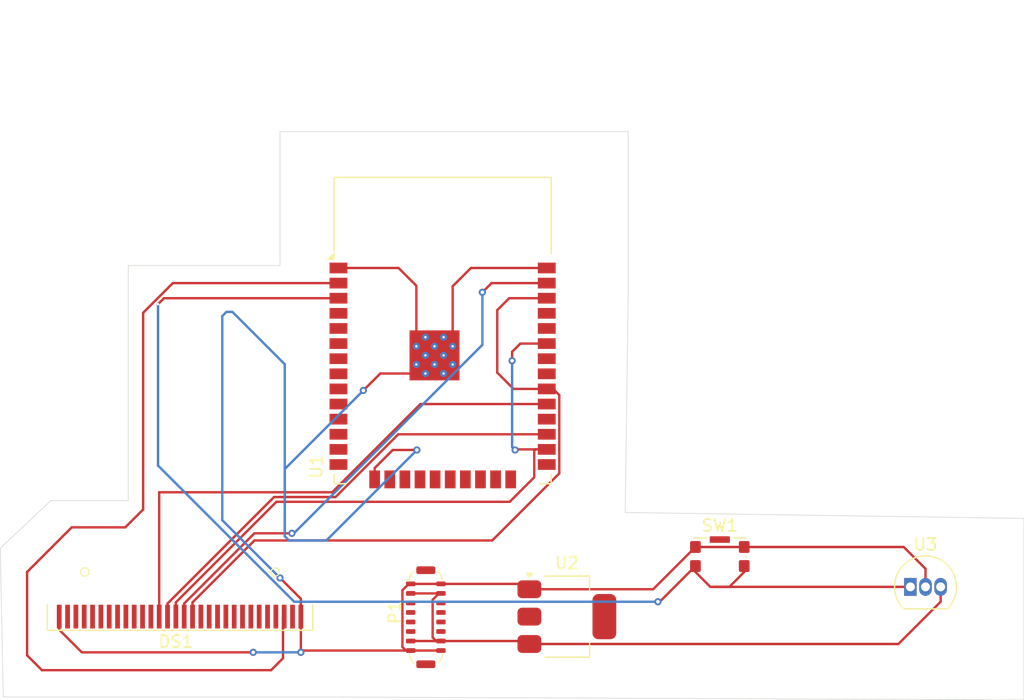
<source format=kicad_pcb>
(kicad_pcb (version 20241229) (generator "pcbnew") (generator_version "9.0")
  (layers (0 "F.Cu" signal) (2 "B.Cu" signal) (13 "F.Paste" user) (15 "B.Paste" user) (5 "F.SilkS" user "F.Silkscreen") (7 "B.SilkS" user "B.Silkscreen") (1 "F.Mask" user) (3 "B.Mask" user) (25 "Edge.Cuts" user))
  (net 0 "")
  (net 1 "Net-(DS1-E{slash}~{RD})")
  (net 4 "GND")
  (net 6 "+3.3V")
  (net 9 "Net-(DS1-~{RES})")
  (net 15 "Net-(DS1-D{slash}~{C})")
  (net 16 "Net-(DS1-R{slash}~{W})")
  (net 22 "Net-(DS1-~{CS})")
  (net 30 "+5V")
  (net 37 "Net-(U1-EN)")
  (footprint "Button_Switch_SMD:SW_SPST_CK_KMS2xxGP" (layer "F.Cu") (at 149.95 106.2)
    (property "Reference" "SW1" (at 0 -2.6 0) (layer "F.SilkS"))
    (property "Value" "CK_KMS2xxG")
    (fp_line (start -2.21 -1.56) (end -1.11 -1.56) (stroke (width 0.12)) (layer "F.SilkS"))
    (fp_line (start -2.21 -0.04) (end -2.21 0.04) (stroke (width 0.12)) (layer "F.SilkS"))
    (fp_line (start 1.11 -1.56) (end 2.21 -1.56) (stroke (width 0.12)) (layer "F.SilkS"))
    (fp_line (start 2.21 -0.04) (end 2.21 0.04) (stroke (width 0.12)) (layer "F.SilkS"))
    (pad "" np_thru_hole circle (at -0.975 0.75) (size 0.9 0.9) (drill 0.9) (layers "*.Cu" "*.Mask"))
    (pad "" np_thru_hole circle (at 0.975 0.75) (size 0.9 0.9) (drill 0.9) (layers "*.Cu" "*.Mask"))
    (pad "1" smd roundrect (at -2.05 -0.8) (size 0.9 1) (layers "F.Cu" "F.Mask" "F.Paste") (roundrect_rratio 0.15) (net 4 "GND"))
    (pad "1" smd roundrect (at 2.05 -0.8) (size 0.9 1) (layers "F.Cu" "F.Mask" "F.Paste") (roundrect_rratio 0.15) (net 4 "GND"))
    (pad "2" smd roundrect (at -2.05 0.8) (size 0.9 1) (layers "F.Cu" "F.Mask" "F.Paste") (roundrect_rratio 0.15) (net 37 "Net-(U1-EN)"))
    (pad "2" smd roundrect (at 2.05 0.8) (size 0.9 1) (layers "F.Cu" "F.Mask" "F.Paste") (roundrect_rratio 0.15) (net 37 "Net-(U1-EN)"))
    (pad "SH" smd roundrect (at 0 -1.425) (size 1.7 0.55) (layers "F.Cu" "F.Mask" "F.Paste") (roundrect_rratio 0.15))
  )
  (footprint "Package_TO_SOT_THT:TO-92_Inline" (layer "F.Cu") (at 165.96 108.75)
    (property "Reference" "U3" (at 1.27 -3.56 0) (layer "F.SilkS"))
    (property "Value" "MCP130-xxxDxTO")
    (fp_line (start -0.53 1.85) (end 3.07 1.85) (stroke (width 0.12)) (layer "F.SilkS"))
    (fp_arc (start -0.568478 1.838478) (mid -1.132087 -0.994977) (end 1.27 -2.6) (stroke (width 0.12)) (layer "F.SilkS"))
    (fp_arc (start 1.27 -2.6) (mid 3.672087 -0.994977) (end 3.108478 1.838478) (stroke (width 0.12)) (layer "F.SilkS"))
    (pad "1" thru_hole rect (at 0 0) (size 1.05 1.5) (drill 0.75) (layers "*.Cu" "*.Mask") (net 37 "Net-(U1-EN)"))
    (pad "2" thru_hole oval (at 1.27 0) (size 1.05 1.5) (drill 0.75) (layers "*.Cu" "*.Mask") (net 4 "GND"))
    (pad "3" thru_hole oval (at 2.54 0) (size 1.05 1.5) (drill 0.75) (layers "*.Cu" "*.Mask") (net 30 "+5V"))
  )
  (footprint "Display:OLED-128O064D" (layer "F.Cu") (at 104.6 111.25)
    (property "Reference" "DS1" (at -0.35 2.1 0) (layer "F.SilkS"))
    (property "Value" "OLED-128O064D")
    (fp_line (start -11.15 -1) (end -11.15 1.15) (stroke (width 0.12)) (layer "F.SilkS"))
    (fp_line (start -11.15 1.15) (end 11.15 1.15) (stroke (width 0.12)) (layer "F.SilkS"))
    (fp_line (start 11.15 1.15) (end 11.15 -1) (stroke (width 0.12)) (layer "F.SilkS"))
    (fp_circle (center -8 -3.75) (end -7.65 -3.75) (stroke (width 0.1)) (fill no) (layer "F.SilkS"))
    (fp_circle (center 8 -3.75) (end 8.35 -3.75) (stroke (width 0.1)) (fill no) (layer "F.SilkS"))
    (pad "1" smd rect (at -10.15 0) (size 0.4 2) (layers "F.Cu" "F.Mask" "F.Paste") (net 4 "GND"))
    (pad "2" smd rect (at -9.45 0) (size 0.4 2) (layers "F.Cu" "F.Mask" "F.Paste"))
    (pad "3" smd rect (at -8.75 0) (size 0.4 2) (layers "F.Cu" "F.Mask" "F.Paste"))
    (pad "4" smd rect (at -8.05 0) (size 0.4 2) (layers "F.Cu" "F.Mask" "F.Paste"))
    (pad "5" smd rect (at -7.35 0) (size 0.4 2) (layers "F.Cu" "F.Mask" "F.Paste"))
    (pad "6" smd rect (at -6.65 0) (size 0.4 2) (layers "F.Cu" "F.Mask" "F.Paste"))
    (pad "7" smd rect (at -5.95 0) (size 0.4 2) (layers "F.Cu" "F.Mask" "F.Paste"))
    (pad "8" smd rect (at -5.25 0) (size 0.4 2) (layers "F.Cu" "F.Mask" "F.Paste"))
    (pad "9" smd rect (at -4.55 0) (size 0.4 2) (layers "F.Cu" "F.Mask" "F.Paste"))
    (pad "10" smd rect (at -3.85 0) (size 0.4 2) (layers "F.Cu" "F.Mask" "F.Paste"))
    (pad "11" smd rect (at -3.15 0) (size 0.4 2) (layers "F.Cu" "F.Mask" "F.Paste"))
    (pad "12" smd rect (at -2.45 0) (size 0.4 2) (layers "F.Cu" "F.Mask" "F.Paste"))
    (pad "13" smd rect (at -1.75 0) (size 0.4 2) (layers "F.Cu" "F.Mask" "F.Paste") (net 22 "Net-(DS1-~{CS})"))
    (pad "14" smd rect (at -1.05 0) (size 0.4 2) (layers "F.Cu" "F.Mask" "F.Paste") (net 9 "Net-(DS1-~{RES})"))
    (pad "15" smd rect (at -0.35 0) (size 0.4 2) (layers "F.Cu" "F.Mask" "F.Paste") (net 15 "Net-(DS1-D{slash}~{C})"))
    (pad "16" smd rect (at 0.35 0) (size 0.4 2) (layers "F.Cu" "F.Mask" "F.Paste") (net 16 "Net-(DS1-R{slash}~{W})"))
    (pad "17" smd rect (at 1.05 0) (size 0.4 2) (layers "F.Cu" "F.Mask" "F.Paste") (net 1 "Net-(DS1-E{slash}~{RD})"))
    (pad "18" smd rect (at 1.75 0) (size 0.4 2) (layers "F.Cu" "F.Mask" "F.Paste"))
    (pad "19" smd rect (at 2.45 0) (size 0.4 2) (layers "F.Cu" "F.Mask" "F.Paste"))
    (pad "20" smd rect (at 3.15 0) (size 0.4 2) (layers "F.Cu" "F.Mask" "F.Paste"))
    (pad "21" smd rect (at 3.85 0) (size 0.4 2) (layers "F.Cu" "F.Mask" "F.Paste"))
    (pad "22" smd rect (at 4.55 0) (size 0.4 2) (layers "F.Cu" "F.Mask" "F.Paste"))
    (pad "23" smd rect (at 5.25 0) (size 0.4 2) (layers "F.Cu" "F.Mask" "F.Paste"))
    (pad "24" smd rect (at 5.95 0) (size 0.4 2) (layers "F.Cu" "F.Mask" "F.Paste"))
    (pad "25" smd rect (at 6.65 0) (size 0.4 2) (layers "F.Cu" "F.Mask" "F.Paste"))
    (pad "26" smd rect (at 7.35 0) (size 0.4 2) (layers "F.Cu" "F.Mask" "F.Paste"))
    (pad "27" smd rect (at 8.05 0) (size 0.4 2) (layers "F.Cu" "F.Mask" "F.Paste"))
    (pad "28" smd rect (at 8.75 0) (size 0.4 2) (layers "F.Cu" "F.Mask" "F.Paste") (net 6 "+3.3V"))
    (pad "29" smd rect (at 9.45 0) (size 0.4 2) (layers "F.Cu" "F.Mask" "F.Paste"))
    (pad "30" smd rect (at 10.15 0) (size 0.4 2) (layers "F.Cu" "F.Mask" "F.Paste") (net 4 "GND"))
  )
  (footprint "Connector_USB:USB_C_Plug_ShenzhenJingTuoJin_918-118A2021Y40002_Vertical" (layer "F.Cu") (at 125.25 111.3)
    (property "Reference" "P1" (at -2.6 -0.4 90) (layer "F.SilkS"))
    (property "Value" "USB_C_Plug_USB2.0")
    (fp_line (start -1.74 -3.125) (end -1.4 -3.125) (stroke (width 0.12)) (layer "F.SilkS"))
    (fp_arc (start -1.4 -3.125) (mid -1.273005 -3.509002) (end -1.043045 -3.841725) (stroke (width 0.12)) (layer "F.SilkS"))
    (fp_arc (start -1.025 3.85) (mid -1.258743 3.520613) (end -1.389879 3.138598) (stroke (width 0.12)) (layer "F.SilkS"))
    (fp_arc (start 1.025 -3.85) (mid 1.258743 -3.520613) (end 1.389879 -3.138598) (stroke (width 0.12)) (layer "F.SilkS"))
    (fp_arc (start 1.4 3.125) (mid 1.273005 3.509002) (end 1.043045 3.841725) (stroke (width 0.12)) (layer "F.SilkS"))
    (pad "A1" smd roundrect (at -1.27 -2.8 90) (size 0.4 0.79) (layers "F.Cu" "F.Mask" "F.Paste") (net 4 "GND"))
    (pad "A4" smd roundrect (at -1.27 -2 90) (size 0.4 0.79) (layers "F.Cu" "F.Mask" "F.Paste") (net 30 "+5V"))
    (pad "A5" smd roundrect (at -1.27 -1.2 90) (size 0.4 0.79) (layers "F.Cu" "F.Mask" "F.Paste"))
    (pad "A6" smd roundrect (at -1.27 -0.4 90) (size 0.4 0.79) (layers "F.Cu" "F.Mask" "F.Paste"))
    (pad "A7" smd roundrect (at -1.27 0.4 90) (size 0.4 0.79) (layers "F.Cu" "F.Mask" "F.Paste"))
    (pad "A8" smd roundrect (at -1.27 1.2 90) (size 0.4 0.79) (layers "F.Cu" "F.Mask" "F.Paste"))
    (pad "A9" smd roundrect (at -1.27 2 90) (size 0.4 0.79) (layers "F.Cu" "F.Mask" "F.Paste") (net 30 "+5V"))
    (pad "A12" smd roundrect (at -1.27 2.8 90) (size 0.4 0.79) (layers "F.Cu" "F.Mask" "F.Paste") (net 4 "GND"))
    (pad "B1" smd roundrect (at 1.27 2.8 90) (size 0.4 0.79) (layers "F.Cu" "F.Mask" "F.Paste") (net 4 "GND"))
    (pad "B4" smd roundrect (at 1.27 2 90) (size 0.4 0.79) (layers "F.Cu" "F.Mask" "F.Paste") (net 30 "+5V"))
    (pad "B5" smd roundrect (at 1.27 1.2 90) (size 0.4 0.79) (layers "F.Cu" "F.Mask" "F.Paste"))
    (pad "B6" smd roundrect (at 1.27 0.4 90) (size 0.4 0.79) (layers "F.Cu" "F.Mask" "F.Paste"))
    (pad "B7" smd roundrect (at 1.27 -0.4 90) (size 0.4 0.79) (layers "F.Cu" "F.Mask" "F.Paste"))
    (pad "B8" smd roundrect (at 1.27 -1.2 90) (size 0.4 0.79) (layers "F.Cu" "F.Mask" "F.Paste"))
    (pad "B9" smd roundrect (at 1.27 -2 90) (size 0.4 0.79) (layers "F.Cu" "F.Mask" "F.Paste") (net 30 "+5V"))
    (pad "B12" smd roundrect (at 1.27 -2.8 90) (size 0.4 0.79) (layers "F.Cu" "F.Mask" "F.Paste") (net 4 "GND"))
    (pad "S1" smd roundrect (at 0 -3.95 90) (size 0.65 1.6) (layers "F.Cu" "F.Mask" "F.Paste"))
    (pad "S1" smd roundrect (at 0 3.95 90) (size 0.65 1.6) (layers "F.Cu" "F.Mask" "F.Paste"))
  )
  (footprint "Package_TO_SOT_SMD:SOT-223-3_TabPin2" (layer "F.Cu") (at 137.1 111.25)
    (property "Reference" "U2" (at 0 -4.5 0) (layer "F.SilkS"))
    (property "Value" "AMS1117-3.3")
    (fp_line (start -1.85 -3.41) (end 1.91 -3.41) (stroke (width 0.12)) (layer "F.SilkS"))
    (fp_line (start -1.85 3.41) (end 1.91 3.41) (stroke (width 0.12)) (layer "F.SilkS"))
    (fp_line (start 1.91 -3.41) (end 1.91 -2.15) (stroke (width 0.12)) (layer "F.SilkS"))
    (fp_line (start 1.91 3.41) (end 1.91 2.15) (stroke (width 0.12)) (layer "F.SilkS"))
    (fp_poly (pts (xy -3.13 -3.31) (xy -3.37 -3.64) (xy -2.89 -3.64) (xy -3.13 -3.31)) (stroke (width 0.12)) (fill yes) (layer "F.SilkS"))
    (pad "1" smd roundrect (at -3.15 -2.3) (size 2 1.5) (layers "F.Cu" "F.Mask" "F.Paste") (net 4 "GND"))
    (pad "2" smd roundrect (at -3.15 0) (size 2 1.5) (layers "F.Cu" "F.Mask" "F.Paste"))
    (pad "2" smd roundrect (at 3.15 0) (size 2 3.8) (layers "F.Cu" "F.Mask" "F.Paste"))
    (pad "3" smd roundrect (at -3.15 2.3) (size 2 1.5) (layers "F.Cu" "F.Mask" "F.Paste") (net 30 "+5V"))
  )
  (footprint "RF_Module:ESP32-WROOM-32" (layer "F.Cu") (at 126.66 90.21)
    (property "Reference" "U1" (at -10.61 8.43 90) (layer "F.SilkS"))
    (property "Value" "ESP32-WROOM-32")
    (fp_line (start -9.12 -15.86) (end -9.12 -9.7) (stroke (width 0.12)) (layer "F.SilkS"))
    (fp_line (start -9.12 -15.86) (end 9.12 -15.86) (stroke (width 0.12)) (layer "F.SilkS"))
    (fp_line (start -9.12 9.1) (end -9.12 9.88) (stroke (width 0.12)) (layer "F.SilkS"))
    (fp_line (start -9.12 9.88) (end -8.12 9.88) (stroke (width 0.12)) (layer "F.SilkS"))
    (fp_line (start 9.12 -15.86) (end 9.12 -9.445) (stroke (width 0.12)) (layer "F.SilkS"))
    (fp_line (start 9.12 9.1) (end 9.12 9.88) (stroke (width 0.12)) (layer "F.SilkS"))
    (fp_line (start 9.12 9.88) (end 8.12 9.88) (stroke (width 0.12)) (layer "F.SilkS"))
    (fp_poly (pts (xy -9.125 -8.975) (xy -9.625 -8.975) (xy -9.125 -9.475) (xy -9.125 -8.975)) (stroke (width 0.12)) (fill yes) (layer "F.SilkS"))
    (pad "1" smd rect (at -8.75 -8.25) (size 1.5 0.9) (layers "F.Cu" "F.Mask" "F.Paste") (net 4 "GND"))
    (pad "2" smd rect (at -8.75 -6.98) (size 1.5 0.9) (layers "F.Cu" "F.Mask" "F.Paste") (net 6 "+3.3V"))
    (pad "3" smd rect (at -8.75 -5.71) (size 1.5 0.9) (layers "F.Cu" "F.Mask" "F.Paste") (net 37 "Net-(U1-EN)"))
    (pad "4" smd rect (at -8.75 -4.44) (size 1.5 0.9) (layers "F.Cu" "F.Mask" "F.Paste"))
    (pad "5" smd rect (at -8.75 -3.17) (size 1.5 0.9) (layers "F.Cu" "F.Mask" "F.Paste"))
    (pad "6" smd rect (at -8.75 -1.9) (size 1.5 0.9) (layers "F.Cu" "F.Mask" "F.Paste"))
    (pad "7" smd rect (at -8.75 -0.63) (size 1.5 0.9) (layers "F.Cu" "F.Mask" "F.Paste"))
    (pad "8" smd rect (at -8.75 0.64) (size 1.5 0.9) (layers "F.Cu" "F.Mask" "F.Paste"))
    (pad "9" smd rect (at -8.75 1.91) (size 1.5 0.9) (layers "F.Cu" "F.Mask" "F.Paste"))
    (pad "10" smd rect (at -8.75 3.18) (size 1.5 0.9) (layers "F.Cu" "F.Mask" "F.Paste"))
    (pad "11" smd rect (at -8.75 4.45) (size 1.5 0.9) (layers "F.Cu" "F.Mask" "F.Paste"))
    (pad "12" smd rect (at -8.75 5.72) (size 1.5 0.9) (layers "F.Cu" "F.Mask" "F.Paste"))
    (pad "13" smd rect (at -8.75 6.99) (size 1.5 0.9) (layers "F.Cu" "F.Mask" "F.Paste"))
    (pad "14" smd rect (at -8.75 8.26) (size 1.5 0.9) (layers "F.Cu" "F.Mask" "F.Paste"))
    (pad "15" smd rect (at -5.71 9.51 90) (size 1.5 0.9) (layers "F.Cu" "F.Mask" "F.Paste") (net 4 "GND"))
    (pad "16" smd rect (at -4.44 9.51 90) (size 1.5 0.9) (layers "F.Cu" "F.Mask" "F.Paste"))
    (pad "17" smd rect (at -3.17 9.51 90) (size 1.5 0.9) (layers "F.Cu" "F.Mask" "F.Paste"))
    (pad "18" smd rect (at -1.9 9.51 90) (size 1.5 0.9) (layers "F.Cu" "F.Mask" "F.Paste"))
    (pad "19" smd rect (at -0.63 9.51 90) (size 1.5 0.9) (layers "F.Cu" "F.Mask" "F.Paste"))
    (pad "20" smd rect (at 0.64 9.51 90) (size 1.5 0.9) (layers "F.Cu" "F.Mask" "F.Paste"))
    (pad "21" smd rect (at 1.91 9.51 90) (size 1.5 0.9) (layers "F.Cu" "F.Mask" "F.Paste"))
    (pad "22" smd rect (at 3.18 9.51 90) (size 1.5 0.9) (layers "F.Cu" "F.Mask" "F.Paste"))
    (pad "23" smd rect (at 4.45 9.51 90) (size 1.5 0.9) (layers "F.Cu" "F.Mask" "F.Paste"))
    (pad "24" smd rect (at 5.72 9.51 90) (size 1.5 0.9) (layers "F.Cu" "F.Mask" "F.Paste"))
    (pad "25" smd rect (at 8.75 8.26) (size 1.5 0.9) (layers "F.Cu" "F.Mask" "F.Paste"))
    (pad "26" smd rect (at 8.75 6.99) (size 1.5 0.9) (layers "F.Cu" "F.Mask" "F.Paste") (net 15 "Net-(DS1-D{slash}~{C})"))
    (pad "27" smd rect (at 8.75 5.72) (size 1.5 0.9) (layers "F.Cu" "F.Mask" "F.Paste") (net 9 "Net-(DS1-~{RES})"))
    (pad "28" smd rect (at 8.75 4.45) (size 1.5 0.9) (layers "F.Cu" "F.Mask" "F.Paste"))
    (pad "29" smd rect (at 8.75 3.18) (size 1.5 0.9) (layers "F.Cu" "F.Mask" "F.Paste") (net 22 "Net-(DS1-~{CS})"))
    (pad "30" smd rect (at 8.75 1.91) (size 1.5 0.9) (layers "F.Cu" "F.Mask" "F.Paste") (net 1 "Net-(DS1-E{slash}~{RD})"))
    (pad "31" smd rect (at 8.75 0.64) (size 1.5 0.9) (layers "F.Cu" "F.Mask" "F.Paste"))
    (pad "32" smd rect (at 8.75 -0.63) (size 1.5 0.9) (layers "F.Cu" "F.Mask" "F.Paste"))
    (pad "33" smd rect (at 8.75 -1.9) (size 1.5 0.9) (layers "F.Cu" "F.Mask" "F.Paste") (net 15 "Net-(DS1-D{slash}~{C})"))
    (pad "34" smd rect (at 8.75 -3.17) (size 1.5 0.9) (layers "F.Cu" "F.Mask" "F.Paste"))
    (pad "35" smd rect (at 8.75 -4.44) (size 1.5 0.9) (layers "F.Cu" "F.Mask" "F.Paste"))
    (pad "36" smd rect (at 8.75 -5.71) (size 1.5 0.9) (layers "F.Cu" "F.Mask" "F.Paste") (net 1 "Net-(DS1-E{slash}~{RD})"))
    (pad "37" smd rect (at 8.75 -6.98) (size 1.5 0.9) (layers "F.Cu" "F.Mask" "F.Paste") (net 16 "Net-(DS1-R{slash}~{W})"))
    (pad "38" smd rect (at 8.75 -8.25) (size 1.5 0.9) (layers "F.Cu" "F.Mask" "F.Paste") (net 4 "GND"))
    (pad "39" smd rect (at -2.205 -2.435) (size 1.05 1.05) (layers "F.Cu" "F.Paste") (net 4 "GND"))
    (pad "39" thru_hole circle (at -2.205 -1.6725) (size 0.6 0.6) (drill 0.2) (property pad_prop_heatsink) (layers "*.Cu" "F.Mask") (net 4 "GND"))
    (pad "39" smd rect (at -2.205 -0.91) (size 1.05 1.05) (layers "F.Cu" "F.Paste") (net 4 "GND"))
    (pad "39" thru_hole circle (at -2.205 -0.1475) (size 0.6 0.6) (drill 0.2) (property pad_prop_heatsink) (layers "*.Cu" "F.Mask") (net 4 "GND"))
    (pad "39" smd rect (at -2.205 0.615) (size 1.05 1.05) (layers "F.Cu" "F.Paste") (net 4 "GND"))
    (pad "39" thru_hole circle (at -1.4425 -2.435) (size 0.6 0.6) (drill 0.2) (property pad_prop_heatsink) (layers "*.Cu" "F.Mask") (net 4 "GND"))
    (pad "39" thru_hole circle (at -1.4425 -0.91) (size 0.6 0.6) (drill 0.2) (property pad_prop_heatsink) (layers "*.Cu" "F.Mask") (net 4 "GND"))
    (pad "39" thru_hole circle (at -1.4425 0.615) (size 0.6 0.6) (drill 0.2) (property pad_prop_heatsink) (layers "*.Cu" "F.Mask") (net 4 "GND"))
    (pad "39" smd rect (at -0.68 -2.435) (size 1.05 1.05) (layers "F.Cu" "F.Paste") (net 4 "GND"))
    (pad "39" thru_hole circle (at -0.68 -1.6725) (size 0.6 0.6) (drill 0.2) (property pad_prop_heatsink) (layers "*.Cu" "F.Mask") (net 4 "GND"))
    (pad "39" smd rect (at -0.68 -0.91) (size 1.05 1.05) (layers "F.Cu" "F.Paste") (net 4 "GND"))
    (pad "39" smd rect (at -0.68 -0.91) (size 4.2 4.2) (property pad_prop_heatsink) (layers "F.Cu" "F.Mask") (net 4 "GND"))
    (pad "39" thru_hole circle (at -0.68 -0.1475) (size 0.6 0.6) (drill 0.2) (property pad_prop_heatsink) (layers "*.Cu" "F.Mask") (net 4 "GND"))
    (pad "39" smd rect (at -0.68 0.615) (size 1.05 1.05) (layers "F.Cu" "F.Paste") (net 4 "GND"))
    (pad "39" thru_hole circle (at 0.0825 -2.435) (size 0.6 0.6) (drill 0.2) (property pad_prop_heatsink) (layers "*.Cu" "F.Mask") (net 4 "GND"))
    (pad "39" thru_hole circle (at 0.0825 -0.91) (size 0.6 0.6) (drill 0.2) (property pad_prop_heatsink) (layers "*.Cu" "F.Mask") (net 4 "GND"))
    (pad "39" thru_hole circle (at 0.0825 0.615) (size 0.6 0.6) (drill 0.2) (property pad_prop_heatsink) (layers "*.Cu" "F.Mask") (net 4 "GND"))
    (pad "39" smd rect (at 0.845 -2.435) (size 1.05 1.05) (layers "F.Cu" "F.Paste") (net 4 "GND"))
    (pad "39" thru_hole circle (at 0.845 -1.6725) (size 0.6 0.6) (drill 0.2) (property pad_prop_heatsink) (layers "*.Cu" "F.Mask") (net 4 "GND"))
    (pad "39" smd rect (at 0.845 -0.91) (size 1.05 1.05) (layers "F.Cu" "F.Paste") (net 4 "GND"))
    (pad "39" thru_hole circle (at 0.845 -0.1475) (size 0.6 0.6) (drill 0.2) (property pad_prop_heatsink) (layers "*.Cu" "F.Mask") (net 4 "GND"))
    (pad "39" smd rect (at 0.845 0.615) (size 1.05 1.05) (layers "F.Cu" "F.Paste") (net 4 "GND"))
  )
  (gr_line (start 89.75 118) (end 117 118) (stroke (width 0.05)) (layer "Edge.Cuts"))
  (gr_line (start 100.25 101.5) (end 93.75 101.5) (stroke (width 0.05)) (layer "Edge.Cuts"))
  (gr_line (start 113 70.5) (end 142.25 70.5) (stroke (width 0.05)) (layer "Edge.Cuts"))
  (gr_line (start 113 70.5) (end 113 81.75) (stroke (width 0.05)) (layer "Edge.Cuts"))
  (gr_line (start 175.5 118.25) (end 175.5 103) (stroke (width 0.05)) (layer "Edge.Cuts"))
  (gr_line (start 117 118) (end 175.5 118.25) (stroke (width 0.05)) (layer "Edge.Cuts"))
  (gr_line (start 142.25 70.5) (end 142.25 82.5) (stroke (width 0.05)) (layer "Edge.Cuts"))
  (gr_line (start 142.25 82.5) (end 142.25 84.5) (stroke (width 0.05)) (layer "Edge.Cuts"))
  (gr_line (start 175.5 103) (end 142 102.5) (stroke (width 0.05)) (layer "Edge.Cuts"))
  (gr_line (start 93.75 101.5) (end 89.5 105.5) (stroke (width 0.05)) (layer "Edge.Cuts"))
  (gr_line (start 100.25 81.75) (end 100.25 101.5) (stroke (width 0.05)) (layer "Edge.Cuts"))
  (gr_line (start 142 102.5) (end 142.25 84.5) (stroke (width 0.05)) (layer "Edge.Cuts"))
  (gr_line (start 89.5 105.5) (end 89.75 118) (stroke (width 0.05)) (layer "Edge.Cuts"))
  (gr_line (start 113 81.75) (end 100.25 81.75) (stroke (width 0.05)) (layer "Edge.Cuts"))
  (segment (start 131.25 85.5) (end 131.25 90.75) (width 0.2) (layer "F.Cu") (net 1))
  (segment (start 130.831 104.851) (end 136.461 99.221) (width 0.2) (layer "F.Cu") (net 1))
  (segment (start 131.25 90.75) (end 132.62 92.12) (width 0.2) (layer "F.Cu") (net 1))
  (segment (start 135.41 84.5) (end 132.25 84.5) (width 0.2) (layer "F.Cu") (net 1))
  (segment (start 105.65 111.25) (end 105.65 110.05) (width 0.2) (layer "F.Cu") (net 1))
  (segment (start 132.25 84.5) (end 131.25 85.5) (width 0.2) (layer "F.Cu") (net 1))
  (segment (start 110.849 104.851) (end 130.831 104.851) (width 0.2) (layer "F.Cu") (net 1))
  (segment (start 136.461 99.221) (end 136.461 92.639) (width 0.2) (layer "F.Cu") (net 1))
  (segment (start 135.942 92.12) (end 135.41 92.12) (width 0.2) (layer "F.Cu") (net 1))
  (segment (start 105.65 110.05) (end 110.849 104.851) (width 0.2) (layer "F.Cu") (net 1))
  (segment (start 132.62 92.12) (end 135.41 92.12) (width 0.2) (layer "F.Cu") (net 1))
  (segment (start 136.461 92.639) (end 135.942 92.12) (width 0.2) (layer "F.Cu") (net 1))
  (segment (start 123.98 108.5) (end 133.5 108.5) (width 0.2) (layer "F.Cu") (net 4))
  (segment (start 165.4 105.4) (end 167.23 107.23) (width 0.2) (layer "F.Cu") (net 4))
  (segment (start 135.41 81.96) (end 129.04 81.96) (width 0.2) (layer "F.Cu") (net 4))
  (segment (start 123.81513 108.5) (end 123.284 109.03113) (width 0.2) (layer "F.Cu") (net 4))
  (segment (start 133.95 108.95) (end 144.35 108.95) (width 0.2) (layer "F.Cu") (net 4))
  (segment (start 122.47 97.25) (end 124.5 97.25) (width 0.2) (layer "F.Cu") (net 4))
  (segment (start 120.95 98.77) (end 122.47 97.25) (width 0.2) (layer "F.Cu") (net 4))
  (segment (start 120.95 99.72) (end 120.95 98.77) (width 0.2) (layer "F.Cu") (net 4))
  (segment (start 144.35 108.95) (end 147.9 105.4) (width 0.2) (layer "F.Cu") (net 4))
  (segment (start 123.585001 114.1) (end 123.98 114.1) (width 0.2) (layer "F.Cu") (net 4))
  (segment (start 121.425 90.825) (end 124.455 90.825) (width 0.2) (layer "F.Cu") (net 4))
  (segment (start 124.455 83.455) (end 124.455 87.775) (width 0.2) (layer "F.Cu") (net 4))
  (segment (start 126.52 114.1) (end 123.98 114.1) (width 0.2) (layer "F.Cu") (net 4))
  (segment (start 129.04 81.96) (end 127.505 83.495) (width 0.2) (layer "F.Cu") (net 4))
  (segment (start 152 105.4) (end 165.4 105.4) (width 0.2) (layer "F.Cu") (net 4))
  (segment (start 96.348 114.25) (end 110.75 114.25) (width 0.2) (layer "F.Cu") (net 4))
  (segment (start 123.284 109.03113) (end 123.284 113.798999) (width 0.2) (layer "F.Cu") (net 4))
  (segment (start 147.9 105.4) (end 152 105.4) (width 0.2) (layer "F.Cu") (net 4))
  (segment (start 123.98 108.5) (end 123.81513 108.5) (width 0.2) (layer "F.Cu") (net 4))
  (segment (start 114.9 114.1) (end 114.75 114.25) (width 0.2) (layer "F.Cu") (net 4))
  (segment (start 114.75 111.25) (end 114.75 109.75) (width 0.2) (layer "F.Cu") (net 4))
  (segment (start 114.75 114.25) (end 114.75 111.25) (width 0.2) (layer "F.Cu") (net 4))
  (segment (start 123.98 114.1) (end 114.9 114.1) (width 0.2) (layer "F.Cu") (net 4))
  (segment (start 94.45 111.25) (end 94.45 112.352) (width 0.2) (layer "F.Cu") (net 4))
  (segment (start 123.284 113.798999) (end 123.585001 114.1) (width 0.2) (layer "F.Cu") (net 4))
  (segment (start 94.45 112.352) (end 96.348 114.25) (width 0.2) (layer "F.Cu") (net 4))
  (segment (start 122.96 81.96) (end 124.455 83.455) (width 0.2) (layer "F.Cu") (net 4))
  (segment (start 114.75 109.75) (end 113 108) (width 0.2) (layer "F.Cu") (net 4))
  (segment (start 117.91 81.96) (end 122.96 81.96) (width 0.2) (layer "F.Cu") (net 4))
  (segment (start 167.23 107.23) (end 167.23 108.75) (width 0.2) (layer "F.Cu") (net 4))
  (segment (start 120 92.25) (end 121.425 90.825) (width 0.2) (layer "F.Cu") (net 4))
  (segment (start 133.5 108.5) (end 133.95 108.95) (width 0.2) (layer "F.Cu") (net 4))
  (segment (start 127.505 83.495) (end 127.505 87.775) (width 0.2) (layer "F.Cu") (net 4))
  (via (at 114.75 114.25) (size 0.6) (drill 0.3) (layers "F.Cu" "B.Cu") (net 4))
  (via (at 124.5 97.25) (size 0.6) (drill 0.3) (layers "F.Cu" "B.Cu") (net 4))
  (via (at 120 92.25) (size 0.6) (drill 0.3) (layers "F.Cu" "B.Cu") (net 4))
  (via (at 113 108) (size 0.6) (drill 0.3) (layers "F.Cu" "B.Cu") (net 4))
  (via (at 110.75 114.25) (size 0.6) (drill 0.3) (layers "F.Cu" "B.Cu") (net 4))
  (segment (start 116.899 104.851) (end 124.5 97.25) (width 0.2) (layer "B.Cu") (net 4))
  (segment (start 110.75 114.25) (end 114.75 114.25) (width 0.2) (layer "B.Cu") (net 4))
  (segment (start 108.998943 85.649) (end 113.399 90.049057) (width 0.2) (layer "B.Cu") (net 4))
  (segment (start 113.399 104.498943) (end 113.399 98.851) (width 0.2) (layer "B.Cu") (net 4))
  (segment (start 113.751057 104.851) (end 116.899 104.851) (width 0.2) (layer "B.Cu") (net 4))
  (segment (start 108.149 86.001057) (end 108.501057 85.649) (width 0.2) (layer "B.Cu") (net 4))
  (segment (start 108.149 103.149) (end 108.149 86.001057) (width 0.2) (layer "B.Cu") (net 4))
  (segment (start 113.399 90.049057) (end 113.399 104.498943) (width 0.2) (layer "B.Cu") (net 4))
  (segment (start 108.501057 85.649) (end 108.998943 85.649) (width 0.2) (layer "B.Cu") (net 4))
  (segment (start 113.399 104.498943) (end 113.751057 104.851) (width 0.2) (layer "B.Cu") (net 4))
  (segment (start 113 108) (end 108.149 103.149) (width 0.2) (layer "B.Cu") (net 4))
  (segment (start 113.399 98.851) (end 120 92.25) (width 0.2) (layer "B.Cu") (net 4))
  (segment (start 113.25 111.35) (end 113.35 111.25) (width 0.2) (layer "F.Cu") (net 6))
  (segment (start 91.75 107.5) (end 91.75 114.5) (width 0.2) (layer "F.Cu") (net 6))
  (segment (start 95.5 103.75) (end 91.75 107.5) (width 0.2) (layer "F.Cu") (net 6))
  (segment (start 117.91 83.23) (end 103.995326 83.23) (width 0.2) (layer "F.Cu") (net 6))
  (segment (start 113.25 114.75) (end 113.25 111.35) (width 0.2) (layer "F.Cu") (net 6))
  (segment (start 91.75 114.5) (end 93 115.75) (width 0.2) (layer "F.Cu") (net 6))
  (segment (start 101.5 85.725326) (end 101.5 102.25) (width 0.2) (layer "F.Cu") (net 6))
  (segment (start 103.995326 83.23) (end 101.5 85.725326) (width 0.2) (layer "F.Cu") (net 6))
  (segment (start 101.5 102.25) (end 100 103.75) (width 0.2) (layer "F.Cu") (net 6))
  (segment (start 100 103.75) (end 95.5 103.75) (width 0.2) (layer "F.Cu") (net 6))
  (segment (start 93 115.75) (end 112.25 115.75) (width 0.2) (layer "F.Cu") (net 6))
  (segment (start 112.25 115.75) (end 113.25 114.75) (width 0.2) (layer "F.Cu") (net 6))
  (segment (start 117.665 101.203) (end 122.938 95.93) (width 0.2) (layer "F.Cu") (net 9))
  (segment (start 103.55 110.148) (end 112.495 101.203) (width 0.2) (layer "F.Cu") (net 9))
  (segment (start 122.938 95.93) (end 135.41 95.93) (width 0.2) (layer "F.Cu") (net 9))
  (segment (start 112.495 101.203) (end 117.665 101.203) (width 0.2) (layer "F.Cu") (net 9))
  (segment (start 103.55 111.25) (end 103.55 110.148) (width 0.2) (layer "F.Cu") (net 9))
  (segment (start 132.8 97.2) (end 135.41 97.2) (width 0.2) (layer "F.Cu") (net 15))
  (segment (start 134.359 99.543) (end 134.359 97.301) (width 0.2) (layer "F.Cu") (net 15))
  (segment (start 135.41 88.31) (end 133.19 88.31) (width 0.2) (layer "F.Cu") (net 15))
  (segment (start 134.46 97.2) (end 135.41 97.2) (width 0.2) (layer "F.Cu") (net 15))
  (segment (start 104.25 111.25) (end 104.25 110.05) (width 0.2) (layer "F.Cu") (net 15))
  (segment (start 132.5 89) (end 132.5 89.75) (width 0.2) (layer "F.Cu") (net 15))
  (segment (start 104.25 110.05) (end 112.696 101.604) (width 0.2) (layer "F.Cu") (net 15))
  (segment (start 132.298 101.604) (end 134.359 99.543) (width 0.2) (layer "F.Cu") (net 15))
  (segment (start 133.19 88.31) (end 132.5 89) (width 0.2) (layer "F.Cu") (net 15))
  (segment (start 134.359 97.301) (end 134.46 97.2) (width 0.2) (layer "F.Cu") (net 15))
  (segment (start 112.696 101.604) (end 132.298 101.604) (width 0.2) (layer "F.Cu") (net 15))
  (segment (start 132.75 97.25) (end 132.8 97.2) (width 0.2) (layer "F.Cu") (net 15))
  (via (at 132.5 89.75) (size 0.6) (drill 0.3) (layers "F.Cu" "B.Cu") (net 15))
  (via (at 132.75 97.25) (size 0.6) (drill 0.3) (layers "F.Cu" "B.Cu") (net 15))
  (segment (start 132.5 89.75) (end 132.5 97) (width 0.2) (layer "B.Cu") (net 15))
  (segment (start 132.5 97) (end 132.75 97.25) (width 0.2) (layer "B.Cu") (net 15))
  (segment (start 130 84) (end 130.77 83.23) (width 0.2) (layer "F.Cu") (net 16))
  (segment (start 104.95 111.25) (end 104.95 110.148) (width 0.2) (layer "F.Cu") (net 16))
  (segment (start 130.77 83.23) (end 135.41 83.23) (width 0.2) (layer "F.Cu") (net 16))
  (segment (start 104.95 110.148) (end 110.848 104.25) (width 0.2) (layer "F.Cu") (net 16))
  (segment (start 110.848 104.25) (end 114 104.25) (width 0.2) (layer "F.Cu") (net 16))
  (via (at 114 104.25) (size 0.6) (drill 0.3) (layers "F.Cu" "B.Cu") (net 16))
  (via (at 130 84) (size 0.6) (drill 0.3) (layers "F.Cu" "B.Cu") (net 16))
  (segment (start 114.167443 104.25) (end 130 88.417443) (width 0.2) (layer "B.Cu") (net 16))
  (segment (start 114 104.25) (end 114.167443 104.25) (width 0.2) (layer "B.Cu") (net 16))
  (segment (start 130 88.417443) (end 130 84) (width 0.2) (layer "B.Cu") (net 16))
  (segment (start 124.792 93.39) (end 135.41 93.39) (width 0.2) (layer "F.Cu") (net 22))
  (segment (start 102.85 111.25) (end 102.85 100.802) (width 0.2) (layer "F.Cu") (net 22))
  (segment (start 102.85 100.802) (end 117.38 100.802) (width 0.2) (layer "F.Cu") (net 22))
  (segment (start 117.38 100.802) (end 124.792 93.39) (width 0.2) (layer "F.Cu") (net 22))
  (segment (start 123.98 113.3) (end 133.7 113.3) (width 0.2) (layer "F.Cu") (net 30))
  (segment (start 126.52 113.3) (end 126.125001 113.3) (width 0.2) (layer "F.Cu") (net 30))
  (segment (start 125.824 112.998999) (end 125.824 109.83113) (width 0.2) (layer "F.Cu") (net 30))
  (segment (start 123.98 109.3) (end 126.52 109.3) (width 0.2) (layer "F.Cu") (net 30))
  (segment (start 126.35513 109.3) (end 126.52 109.3) (width 0.2) (layer "F.Cu") (net 30))
  (segment (start 125.824 109.83113) (end 126.35513 109.3) (width 0.2) (layer "F.Cu") (net 30))
  (segment (start 126.125001 113.3) (end 125.824 112.998999) (width 0.2) (layer "F.Cu") (net 30))
  (segment (start 133.7 113.3) (end 133.95 113.55) (width 0.2) (layer "F.Cu") (net 30))
  (segment (start 164.95 113.55) (end 168.5 110) (width 0.2) (layer "F.Cu") (net 30))
  (segment (start 168.5 110) (end 168.5 108.75) (width 0.2) (layer "F.Cu") (net 30))
  (segment (start 133.95 113.55) (end 164.95 113.55) (width 0.2) (layer "F.Cu") (net 30))
  (segment (start 102.75 85) (end 103.25 84.5) (width 0.2) (layer "F.Cu") (net 37))
  (segment (start 144.9 110) (end 147.9 107) (width 0.2) (layer "F.Cu") (net 37))
  (segment (start 144.75 110) (end 144.9 110) (width 0.2) (layer "F.Cu") (net 37))
  (segment (start 150.749999 108.75) (end 149.5 108.75) (width 0.2) (layer "F.Cu") (net 37))
  (segment (start 149.150001 108.75) (end 149.5 108.75) (width 0.2) (layer "F.Cu") (net 37))
  (segment (start 152 107) (end 152 107.499999) (width 0.2) (layer "F.Cu") (net 37))
  (segment (start 147.9 107) (end 147.9 107.499999) (width 0.2) (layer "F.Cu") (net 37))
  (segment (start 152 107.499999) (end 150.749999 108.75) (width 0.2) (layer "F.Cu") (net 37))
  (segment (start 147.9 107.499999) (end 149.150001 108.75) (width 0.2) (layer "F.Cu") (net 37))
  (segment (start 103.25 84.5) (end 117.91 84.5) (width 0.2) (layer "F.Cu") (net 37))
  (segment (start 149.5 108.75) (end 165.96 108.75) (width 0.2) (layer "F.Cu") (net 37))
  (via (at 144.75 110) (size 0.6) (drill 0.3) (layers "F.Cu" "B.Cu") (net 37))
  (via (at 102.75 85) (size 0.2) (drill 0.2) (layers "F.Cu" "B.Cu") (net 37))
  (segment (start 144.75 110) (end 114.192484 110) (width 0.2) (layer "B.Cu") (net 37))
  (segment (start 102.75 98.557516) (end 102.75 85) (width 0.2) (layer "B.Cu") (net 37))
  (segment (start 114.192484 110) (end 102.75 98.557516) (width 0.2) (layer "B.Cu") (net 37))
)
</source>
